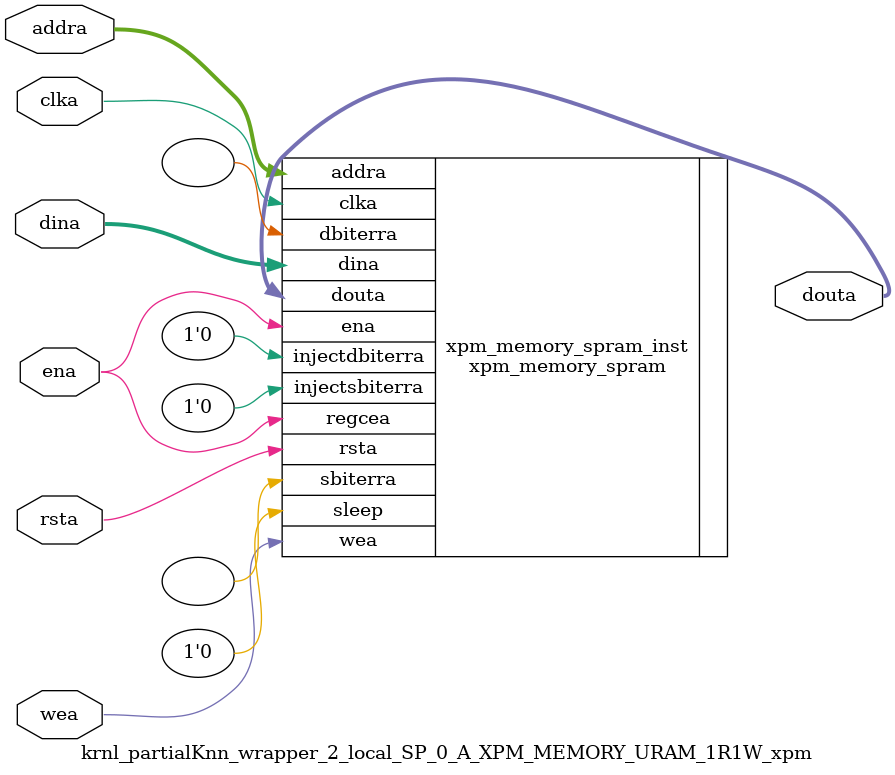
<source format=v>
`timescale 1 ns / 1 ps
module krnl_partialKnn_wrapper_2_local_SP_0_A_XPM_MEMORY_URAM_1R1W_xpm # (
  // Common module parameters
  parameter integer                 MEMORY_SIZE        = 524288,
  parameter                         MEMORY_PRIMITIVE   = "ultra",
  parameter                         ECC_MODE           = "no_ecc",
  parameter                         MEMORY_INIT_FILE   = "none",
  parameter                         WAKEUP_TIME        = "disable_sleep",
  parameter integer                 MESSAGE_CONTROL    = 0,
  // Port A module parameters
  parameter integer                 WRITE_DATA_WIDTH_A = 256,
  parameter integer                 READ_DATA_WIDTH_A  = WRITE_DATA_WIDTH_A,
  parameter integer                 BYTE_WRITE_WIDTH_A = WRITE_DATA_WIDTH_A,
  parameter integer                 ADDR_WIDTH_A       = 11,
  parameter                         READ_RESET_VALUE_A = "0",
  parameter integer                 READ_LATENCY_A     = 1,
  parameter                         WRITE_MODE_A       = "read_first"
) (
  // Port A module ports
  input  wire                                               clka,
  input  wire                                               rsta,
  input  wire                                               ena,
  input  wire [(WRITE_DATA_WIDTH_A/BYTE_WRITE_WIDTH_A)-1:0] wea,
  input  wire [ADDR_WIDTH_A-1:0]                            addra,
  input  wire [WRITE_DATA_WIDTH_A-1:0]                      dina,
  output wire [READ_DATA_WIDTH_A-1:0]                       douta
);
// Set parameter values and connect ports to instantiate an XPM_MEMORY single port RAM configuration
xpm_memory_spram # (
  // Common module parameters
  .MEMORY_SIZE        (MEMORY_SIZE),   //positive integer
  .MEMORY_PRIMITIVE   (MEMORY_PRIMITIVE),      //string; "auto", "distributed", "block" or "ultra";
  .ECC_MODE           (ECC_MODE),      //do not change
  .MEMORY_INIT_FILE   (MEMORY_INIT_FILE), //string; "none" or "<filename>.mem" 
  .MEMORY_INIT_PARAM  (""), //string;
  .WAKEUP_TIME        (WAKEUP_TIME),      //string; "disable_sleep" or "use_sleep_pin"
  .MESSAGE_CONTROL    (MESSAGE_CONTROL),      //do not change
  // Port A module parameters
  .WRITE_DATA_WIDTH_A (WRITE_DATA_WIDTH_A),     //positive integer
  .READ_DATA_WIDTH_A  (READ_DATA_WIDTH_A),     //positive integer
  .BYTE_WRITE_WIDTH_A (BYTE_WRITE_WIDTH_A),     //integer; 8, 9, or WRITE_DATA_WIDTH_A value
  .ADDR_WIDTH_A       (ADDR_WIDTH_A),      //positive integer
  .READ_RESET_VALUE_A (READ_RESET_VALUE_A),  //string
  .READ_LATENCY_A     (READ_LATENCY_A),      //non-negative integer
  .WRITE_MODE_A       (WRITE_MODE_A)       //string; "write_first", "read_first", "no_change"
) xpm_memory_spram_inst (
  // Common module ports
  .sleep          (1'b0),  //do not change
  // Port A module ports
  .clka           (clka),
  .rsta           (rsta),
  .ena            (ena),
  .regcea         (ena),
  .wea            (wea),
  .addra          (addra),
  .dina           (dina),
  .injectsbiterra (1'b0),  //do not change
  .injectdbiterra (1'b0),  //do not change
  .douta          (douta),
  .sbiterra       (),      //do not change
  .dbiterra       ()       //do not change
);
endmodule
</source>
